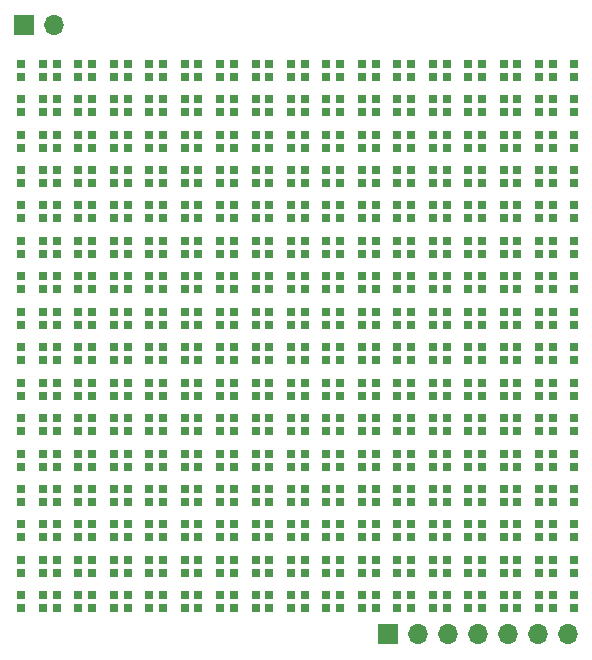
<source format=gbr>
%TF.GenerationSoftware,KiCad,Pcbnew,7.0.9*%
%TF.CreationDate,2024-04-10T17:12:20-05:00*%
%TF.ProjectId,Aniversario-PCBWAY,416e6976-6572-4736-9172-696f2d504342,rev?*%
%TF.SameCoordinates,Original*%
%TF.FileFunction,Soldermask,Top*%
%TF.FilePolarity,Negative*%
%FSLAX46Y46*%
G04 Gerber Fmt 4.6, Leading zero omitted, Abs format (unit mm)*
G04 Created by KiCad (PCBNEW 7.0.9) date 2024-04-10 17:12:20*
%MOMM*%
%LPD*%
G01*
G04 APERTURE LIST*
%ADD10R,0.700000X0.700000*%
%ADD11R,1.700000X1.700000*%
%ADD12O,1.700000X1.700000*%
G04 APERTURE END LIST*
D10*
%TO.C,D20*%
X78085000Y-53950000D03*
X78085000Y-55050000D03*
X79915000Y-55050000D03*
X79915000Y-53950000D03*
%TD*%
%TO.C,D122*%
X60085000Y-71950000D03*
X60085000Y-73050000D03*
X61915000Y-73050000D03*
X61915000Y-71950000D03*
%TD*%
%TO.C,D55*%
X69085000Y-59950000D03*
X69085000Y-61050000D03*
X70915000Y-61050000D03*
X70915000Y-59950000D03*
%TD*%
%TO.C,D141*%
X73915000Y-76050000D03*
X73915000Y-74950000D03*
X72085000Y-74950000D03*
X72085000Y-76050000D03*
%TD*%
%TO.C,D249*%
X63085000Y-95950000D03*
X63085000Y-97050000D03*
X64915000Y-97050000D03*
X64915000Y-95950000D03*
%TD*%
%TO.C,D116*%
X78085000Y-71950000D03*
X78085000Y-73050000D03*
X79915000Y-73050000D03*
X79915000Y-71950000D03*
%TD*%
%TO.C,D10*%
X64915000Y-52050000D03*
X64915000Y-50950000D03*
X63085000Y-50950000D03*
X63085000Y-52050000D03*
%TD*%
%TO.C,D194*%
X40915000Y-88050000D03*
X40915000Y-86950000D03*
X39085000Y-86950000D03*
X39085000Y-88050000D03*
%TD*%
%TO.C,D146*%
X84085000Y-77950000D03*
X84085000Y-79050000D03*
X85915000Y-79050000D03*
X85915000Y-77950000D03*
%TD*%
%TO.C,D95*%
X45085000Y-65950000D03*
X45085000Y-67050000D03*
X46915000Y-67050000D03*
X46915000Y-65950000D03*
%TD*%
%TO.C,D69*%
X49915000Y-64050000D03*
X49915000Y-62950000D03*
X48085000Y-62950000D03*
X48085000Y-64050000D03*
%TD*%
%TO.C,D232*%
X58915000Y-94050000D03*
X58915000Y-92950000D03*
X57085000Y-92950000D03*
X57085000Y-94050000D03*
%TD*%
%TO.C,D214*%
X72085000Y-89950000D03*
X72085000Y-91050000D03*
X73915000Y-91050000D03*
X73915000Y-89950000D03*
%TD*%
%TO.C,D9*%
X61915000Y-52050000D03*
X61915000Y-50950000D03*
X60085000Y-50950000D03*
X60085000Y-52050000D03*
%TD*%
%TO.C,D126*%
X48085000Y-71950000D03*
X48085000Y-73050000D03*
X49915000Y-73050000D03*
X49915000Y-71950000D03*
%TD*%
%TO.C,D183*%
X69085000Y-83950000D03*
X69085000Y-85050000D03*
X70915000Y-85050000D03*
X70915000Y-83950000D03*
%TD*%
%TO.C,D104*%
X58915000Y-70050000D03*
X58915000Y-68950000D03*
X57085000Y-68950000D03*
X57085000Y-70050000D03*
%TD*%
%TO.C,D189*%
X51085000Y-83950000D03*
X51085000Y-85050000D03*
X52915000Y-85050000D03*
X52915000Y-83950000D03*
%TD*%
%TO.C,D200*%
X58915000Y-88050000D03*
X58915000Y-86950000D03*
X57085000Y-86950000D03*
X57085000Y-88050000D03*
%TD*%
%TO.C,D113*%
X85915000Y-70050000D03*
X85915000Y-68950000D03*
X84085000Y-68950000D03*
X84085000Y-70050000D03*
%TD*%
%TO.C,D110*%
X76915000Y-70050000D03*
X76915000Y-68950000D03*
X75085000Y-68950000D03*
X75085000Y-70050000D03*
%TD*%
%TO.C,D168*%
X58915000Y-82050000D03*
X58915000Y-80950000D03*
X57085000Y-80950000D03*
X57085000Y-82050000D03*
%TD*%
%TO.C,D84*%
X78085000Y-65950000D03*
X78085000Y-67050000D03*
X79915000Y-67050000D03*
X79915000Y-65950000D03*
%TD*%
%TO.C,D36*%
X46915000Y-58050000D03*
X46915000Y-56950000D03*
X45085000Y-56950000D03*
X45085000Y-58050000D03*
%TD*%
%TO.C,D182*%
X72085000Y-83950000D03*
X72085000Y-85050000D03*
X73915000Y-85050000D03*
X73915000Y-83950000D03*
%TD*%
%TO.C,D206*%
X76915000Y-88050000D03*
X76915000Y-86950000D03*
X75085000Y-86950000D03*
X75085000Y-88050000D03*
%TD*%
%TO.C,D223*%
X45085000Y-89950000D03*
X45085000Y-91050000D03*
X46915000Y-91050000D03*
X46915000Y-89950000D03*
%TD*%
%TO.C,D218*%
X60085000Y-89950000D03*
X60085000Y-91050000D03*
X61915000Y-91050000D03*
X61915000Y-89950000D03*
%TD*%
%TO.C,D19*%
X81085000Y-53950000D03*
X81085000Y-55050000D03*
X82915000Y-55050000D03*
X82915000Y-53950000D03*
%TD*%
%TO.C,D93*%
X51085000Y-65950000D03*
X51085000Y-67050000D03*
X52915000Y-67050000D03*
X52915000Y-65950000D03*
%TD*%
%TO.C,D26*%
X60085000Y-53950000D03*
X60085000Y-55050000D03*
X61915000Y-55050000D03*
X61915000Y-53950000D03*
%TD*%
%TO.C,D34*%
X40915000Y-58050000D03*
X40915000Y-56950000D03*
X39085000Y-56950000D03*
X39085000Y-58050000D03*
%TD*%
%TO.C,D228*%
X46915000Y-94050000D03*
X46915000Y-92950000D03*
X45085000Y-92950000D03*
X45085000Y-94050000D03*
%TD*%
%TO.C,D88*%
X66085000Y-65950000D03*
X66085000Y-67050000D03*
X67915000Y-67050000D03*
X67915000Y-65950000D03*
%TD*%
%TO.C,D127*%
X45085000Y-71950000D03*
X45085000Y-73050000D03*
X46915000Y-73050000D03*
X46915000Y-71950000D03*
%TD*%
%TO.C,D193*%
X39085000Y-83950000D03*
X39085000Y-85050000D03*
X40915000Y-85050000D03*
X40915000Y-83950000D03*
%TD*%
%TO.C,D63*%
X45085000Y-59950000D03*
X45085000Y-61050000D03*
X46915000Y-61050000D03*
X46915000Y-59950000D03*
%TD*%
%TO.C,D118*%
X72085000Y-71950000D03*
X72085000Y-73050000D03*
X73915000Y-73050000D03*
X73915000Y-71950000D03*
%TD*%
%TO.C,D39*%
X55915000Y-58050000D03*
X55915000Y-56950000D03*
X54085000Y-56950000D03*
X54085000Y-58050000D03*
%TD*%
%TO.C,D173*%
X73915000Y-82050000D03*
X73915000Y-80950000D03*
X72085000Y-80950000D03*
X72085000Y-82050000D03*
%TD*%
%TO.C,D97*%
X39085000Y-65950000D03*
X39085000Y-67050000D03*
X40915000Y-67050000D03*
X40915000Y-65950000D03*
%TD*%
%TO.C,D238*%
X76915000Y-94050000D03*
X76915000Y-92950000D03*
X75085000Y-92950000D03*
X75085000Y-94050000D03*
%TD*%
%TO.C,D208*%
X82915000Y-88050000D03*
X82915000Y-86950000D03*
X81085000Y-86950000D03*
X81085000Y-88050000D03*
%TD*%
%TO.C,D99*%
X43915000Y-70050000D03*
X43915000Y-68950000D03*
X42085000Y-68950000D03*
X42085000Y-70050000D03*
%TD*%
%TO.C,D140*%
X70915000Y-76050000D03*
X70915000Y-74950000D03*
X69085000Y-74950000D03*
X69085000Y-76050000D03*
%TD*%
%TO.C,D237*%
X73915000Y-94050000D03*
X73915000Y-92950000D03*
X72085000Y-92950000D03*
X72085000Y-94050000D03*
%TD*%
%TO.C,D22*%
X72085000Y-53950000D03*
X72085000Y-55050000D03*
X73915000Y-55050000D03*
X73915000Y-53950000D03*
%TD*%
%TO.C,D14*%
X76915000Y-52050000D03*
X76915000Y-50950000D03*
X75085000Y-50950000D03*
X75085000Y-52050000D03*
%TD*%
%TO.C,D66*%
X40915000Y-64050000D03*
X40915000Y-62950000D03*
X39085000Y-62950000D03*
X39085000Y-64050000D03*
%TD*%
%TO.C,D248*%
X66085000Y-95950000D03*
X66085000Y-97050000D03*
X67915000Y-97050000D03*
X67915000Y-95950000D03*
%TD*%
%TO.C,D103*%
X55915000Y-70050000D03*
X55915000Y-68950000D03*
X54085000Y-68950000D03*
X54085000Y-70050000D03*
%TD*%
%TO.C,D158*%
X48085000Y-77950000D03*
X48085000Y-79050000D03*
X49915000Y-79050000D03*
X49915000Y-77950000D03*
%TD*%
%TO.C,D230*%
X52915000Y-94050000D03*
X52915000Y-92950000D03*
X51085000Y-92950000D03*
X51085000Y-94050000D03*
%TD*%
%TO.C,D96*%
X42085000Y-65950000D03*
X42085000Y-67050000D03*
X43915000Y-67050000D03*
X43915000Y-65950000D03*
%TD*%
%TO.C,D138*%
X64915000Y-76050000D03*
X64915000Y-74950000D03*
X63085000Y-74950000D03*
X63085000Y-76050000D03*
%TD*%
%TO.C,D44*%
X70915000Y-58050000D03*
X70915000Y-56950000D03*
X69085000Y-56950000D03*
X69085000Y-58050000D03*
%TD*%
%TO.C,D251*%
X57085000Y-95950000D03*
X57085000Y-97050000D03*
X58915000Y-97050000D03*
X58915000Y-95950000D03*
%TD*%
%TO.C,D142*%
X76915000Y-76050000D03*
X76915000Y-74950000D03*
X75085000Y-74950000D03*
X75085000Y-76050000D03*
%TD*%
%TO.C,D257*%
X39085000Y-95950000D03*
X39085000Y-97050000D03*
X40915000Y-97050000D03*
X40915000Y-95950000D03*
%TD*%
%TO.C,D145*%
X85915000Y-76050000D03*
X85915000Y-74950000D03*
X84085000Y-74950000D03*
X84085000Y-76050000D03*
%TD*%
%TO.C,D137*%
X61915000Y-76050000D03*
X61915000Y-74950000D03*
X60085000Y-74950000D03*
X60085000Y-76050000D03*
%TD*%
%TO.C,D192*%
X42085000Y-83950000D03*
X42085000Y-85050000D03*
X43915000Y-85050000D03*
X43915000Y-83950000D03*
%TD*%
%TO.C,D8*%
X58915000Y-52050000D03*
X58915000Y-50950000D03*
X57085000Y-50950000D03*
X57085000Y-52050000D03*
%TD*%
%TO.C,D37*%
X49915000Y-58050000D03*
X49915000Y-56950000D03*
X48085000Y-56950000D03*
X48085000Y-58050000D03*
%TD*%
%TO.C,D87*%
X69085000Y-65950000D03*
X69085000Y-67050000D03*
X70915000Y-67050000D03*
X70915000Y-65950000D03*
%TD*%
%TO.C,D225*%
X39085000Y-89950000D03*
X39085000Y-91050000D03*
X40915000Y-91050000D03*
X40915000Y-89950000D03*
%TD*%
%TO.C,D80*%
X82915000Y-64050000D03*
X82915000Y-62950000D03*
X81085000Y-62950000D03*
X81085000Y-64050000D03*
%TD*%
%TO.C,D106*%
X64915000Y-70050000D03*
X64915000Y-68950000D03*
X63085000Y-68950000D03*
X63085000Y-70050000D03*
%TD*%
%TO.C,D152*%
X66085000Y-77950000D03*
X66085000Y-79050000D03*
X67915000Y-79050000D03*
X67915000Y-77950000D03*
%TD*%
%TO.C,D17*%
X85915000Y-52050000D03*
X85915000Y-50950000D03*
X84085000Y-50950000D03*
X84085000Y-52050000D03*
%TD*%
%TO.C,D163*%
X43915000Y-82050000D03*
X43915000Y-80950000D03*
X42085000Y-80950000D03*
X42085000Y-82050000D03*
%TD*%
%TO.C,D111*%
X79915000Y-70050000D03*
X79915000Y-68950000D03*
X78085000Y-68950000D03*
X78085000Y-70050000D03*
%TD*%
%TO.C,D27*%
X57085000Y-53950000D03*
X57085000Y-55050000D03*
X58915000Y-55050000D03*
X58915000Y-53950000D03*
%TD*%
%TO.C,D169*%
X61915000Y-82050000D03*
X61915000Y-80950000D03*
X60085000Y-80950000D03*
X60085000Y-82050000D03*
%TD*%
%TO.C,D190*%
X48085000Y-83950000D03*
X48085000Y-85050000D03*
X49915000Y-85050000D03*
X49915000Y-83950000D03*
%TD*%
%TO.C,D219*%
X57085000Y-89950000D03*
X57085000Y-91050000D03*
X58915000Y-91050000D03*
X58915000Y-89950000D03*
%TD*%
%TO.C,D165*%
X49915000Y-82050000D03*
X49915000Y-80950000D03*
X48085000Y-80950000D03*
X48085000Y-82050000D03*
%TD*%
%TO.C,D178*%
X84085000Y-83950000D03*
X84085000Y-85050000D03*
X85915000Y-85050000D03*
X85915000Y-83950000D03*
%TD*%
%TO.C,D78*%
X76915000Y-64050000D03*
X76915000Y-62950000D03*
X75085000Y-62950000D03*
X75085000Y-64050000D03*
%TD*%
%TO.C,D129*%
X39085000Y-71950000D03*
X39085000Y-73050000D03*
X40915000Y-73050000D03*
X40915000Y-71950000D03*
%TD*%
%TO.C,D245*%
X75085000Y-95950000D03*
X75085000Y-97050000D03*
X76915000Y-97050000D03*
X76915000Y-95950000D03*
%TD*%
%TO.C,D58*%
X60085000Y-59950000D03*
X60085000Y-61050000D03*
X61915000Y-61050000D03*
X61915000Y-59950000D03*
%TD*%
%TO.C,D89*%
X63085000Y-65950000D03*
X63085000Y-67050000D03*
X64915000Y-67050000D03*
X64915000Y-65950000D03*
%TD*%
%TO.C,D2*%
X40915000Y-52050000D03*
X40915000Y-50950000D03*
X39085000Y-50950000D03*
X39085000Y-52050000D03*
%TD*%
%TO.C,D155*%
X57085000Y-77950000D03*
X57085000Y-79050000D03*
X58915000Y-79050000D03*
X58915000Y-77950000D03*
%TD*%
%TO.C,D121*%
X63085000Y-71950000D03*
X63085000Y-73050000D03*
X64915000Y-73050000D03*
X64915000Y-71950000D03*
%TD*%
%TO.C,D170*%
X64915000Y-82050000D03*
X64915000Y-80950000D03*
X63085000Y-80950000D03*
X63085000Y-82050000D03*
%TD*%
%TO.C,D176*%
X82915000Y-82050000D03*
X82915000Y-80950000D03*
X81085000Y-80950000D03*
X81085000Y-82050000D03*
%TD*%
%TO.C,D101*%
X49915000Y-70050000D03*
X49915000Y-68950000D03*
X48085000Y-68950000D03*
X48085000Y-70050000D03*
%TD*%
%TO.C,D25*%
X63085000Y-53950000D03*
X63085000Y-55050000D03*
X64915000Y-55050000D03*
X64915000Y-53950000D03*
%TD*%
%TO.C,D222*%
X48085000Y-89950000D03*
X48085000Y-91050000D03*
X49915000Y-91050000D03*
X49915000Y-89950000D03*
%TD*%
%TO.C,D156*%
X54085000Y-77950000D03*
X54085000Y-79050000D03*
X55915000Y-79050000D03*
X55915000Y-77950000D03*
%TD*%
%TO.C,D11*%
X67915000Y-52050000D03*
X67915000Y-50950000D03*
X66085000Y-50950000D03*
X66085000Y-52050000D03*
%TD*%
%TO.C,D186*%
X60085000Y-83950000D03*
X60085000Y-85050000D03*
X61915000Y-85050000D03*
X61915000Y-83950000D03*
%TD*%
%TO.C,D224*%
X42085000Y-89950000D03*
X42085000Y-91050000D03*
X43915000Y-91050000D03*
X43915000Y-89950000D03*
%TD*%
%TO.C,D74*%
X64915000Y-64050000D03*
X64915000Y-62950000D03*
X63085000Y-62950000D03*
X63085000Y-64050000D03*
%TD*%
%TO.C,D35*%
X43915000Y-58050000D03*
X43915000Y-56950000D03*
X42085000Y-56950000D03*
X42085000Y-58050000D03*
%TD*%
%TO.C,D212*%
X78085000Y-89950000D03*
X78085000Y-91050000D03*
X79915000Y-91050000D03*
X79915000Y-89950000D03*
%TD*%
%TO.C,D233*%
X61915000Y-94050000D03*
X61915000Y-92950000D03*
X60085000Y-92950000D03*
X60085000Y-94050000D03*
%TD*%
%TO.C,D191*%
X45085000Y-83950000D03*
X45085000Y-85050000D03*
X46915000Y-85050000D03*
X46915000Y-83950000D03*
%TD*%
%TO.C,D100*%
X46915000Y-70050000D03*
X46915000Y-68950000D03*
X45085000Y-68950000D03*
X45085000Y-70050000D03*
%TD*%
%TO.C,D181*%
X75085000Y-83950000D03*
X75085000Y-85050000D03*
X76915000Y-85050000D03*
X76915000Y-83950000D03*
%TD*%
%TO.C,D91*%
X57085000Y-65950000D03*
X57085000Y-67050000D03*
X58915000Y-67050000D03*
X58915000Y-65950000D03*
%TD*%
%TO.C,D204*%
X70915000Y-88050000D03*
X70915000Y-86950000D03*
X69085000Y-86950000D03*
X69085000Y-88050000D03*
%TD*%
%TO.C,D159*%
X45085000Y-77950000D03*
X45085000Y-79050000D03*
X46915000Y-79050000D03*
X46915000Y-77950000D03*
%TD*%
%TO.C,D109*%
X73915000Y-70050000D03*
X73915000Y-68950000D03*
X72085000Y-68950000D03*
X72085000Y-70050000D03*
%TD*%
%TO.C,D195*%
X43915000Y-88050000D03*
X43915000Y-86950000D03*
X42085000Y-86950000D03*
X42085000Y-88050000D03*
%TD*%
%TO.C,D43*%
X67915000Y-58050000D03*
X67915000Y-56950000D03*
X66085000Y-56950000D03*
X66085000Y-58050000D03*
%TD*%
%TO.C,D234*%
X64915000Y-94050000D03*
X64915000Y-92950000D03*
X63085000Y-92950000D03*
X63085000Y-94050000D03*
%TD*%
%TO.C,D161*%
X39085000Y-77950000D03*
X39085000Y-79050000D03*
X40915000Y-79050000D03*
X40915000Y-77950000D03*
%TD*%
%TO.C,D207*%
X79915000Y-88050000D03*
X79915000Y-86950000D03*
X78085000Y-86950000D03*
X78085000Y-88050000D03*
%TD*%
%TO.C,D247*%
X69085000Y-95950000D03*
X69085000Y-97050000D03*
X70915000Y-97050000D03*
X70915000Y-95950000D03*
%TD*%
%TO.C,D115*%
X81085000Y-71950000D03*
X81085000Y-73050000D03*
X82915000Y-73050000D03*
X82915000Y-71950000D03*
%TD*%
%TO.C,D60*%
X54085000Y-59950000D03*
X54085000Y-61050000D03*
X55915000Y-61050000D03*
X55915000Y-59950000D03*
%TD*%
%TO.C,D184*%
X66085000Y-83950000D03*
X66085000Y-85050000D03*
X67915000Y-85050000D03*
X67915000Y-83950000D03*
%TD*%
%TO.C,D143*%
X79915000Y-76050000D03*
X79915000Y-74950000D03*
X78085000Y-74950000D03*
X78085000Y-76050000D03*
%TD*%
%TO.C,D133*%
X49915000Y-76050000D03*
X49915000Y-74950000D03*
X48085000Y-74950000D03*
X48085000Y-76050000D03*
%TD*%
%TO.C,D125*%
X51085000Y-71950000D03*
X51085000Y-73050000D03*
X52915000Y-73050000D03*
X52915000Y-71950000D03*
%TD*%
%TO.C,D107*%
X67915000Y-70050000D03*
X67915000Y-68950000D03*
X66085000Y-68950000D03*
X66085000Y-70050000D03*
%TD*%
%TO.C,D51*%
X81085000Y-59950000D03*
X81085000Y-61050000D03*
X82915000Y-61050000D03*
X82915000Y-59950000D03*
%TD*%
%TO.C,D213*%
X75085000Y-89950000D03*
X75085000Y-91050000D03*
X76915000Y-91050000D03*
X76915000Y-89950000D03*
%TD*%
%TO.C,D240*%
X82915000Y-94050000D03*
X82915000Y-92950000D03*
X81085000Y-92950000D03*
X81085000Y-94050000D03*
%TD*%
%TO.C,D239*%
X79915000Y-94050000D03*
X79915000Y-92950000D03*
X78085000Y-92950000D03*
X78085000Y-94050000D03*
%TD*%
%TO.C,D215*%
X69085000Y-89950000D03*
X69085000Y-91050000D03*
X70915000Y-91050000D03*
X70915000Y-89950000D03*
%TD*%
%TO.C,D220*%
X54085000Y-89950000D03*
X54085000Y-91050000D03*
X55915000Y-91050000D03*
X55915000Y-89950000D03*
%TD*%
%TO.C,D164*%
X46915000Y-82050000D03*
X46915000Y-80950000D03*
X45085000Y-80950000D03*
X45085000Y-82050000D03*
%TD*%
%TO.C,D216*%
X66085000Y-89950000D03*
X66085000Y-91050000D03*
X67915000Y-91050000D03*
X67915000Y-89950000D03*
%TD*%
%TO.C,D205*%
X73915000Y-88050000D03*
X73915000Y-86950000D03*
X72085000Y-86950000D03*
X72085000Y-88050000D03*
%TD*%
%TO.C,D83*%
X81085000Y-65950000D03*
X81085000Y-67050000D03*
X82915000Y-67050000D03*
X82915000Y-65950000D03*
%TD*%
%TO.C,D250*%
X60085000Y-95950000D03*
X60085000Y-97050000D03*
X61915000Y-97050000D03*
X61915000Y-95950000D03*
%TD*%
%TO.C,D256*%
X42085000Y-95950000D03*
X42085000Y-97050000D03*
X43915000Y-97050000D03*
X43915000Y-95950000D03*
%TD*%
%TO.C,D179*%
X81085000Y-83950000D03*
X81085000Y-85050000D03*
X82915000Y-85050000D03*
X82915000Y-83950000D03*
%TD*%
%TO.C,D139*%
X67915000Y-76050000D03*
X67915000Y-74950000D03*
X66085000Y-74950000D03*
X66085000Y-76050000D03*
%TD*%
%TO.C,D86*%
X72085000Y-65950000D03*
X72085000Y-67050000D03*
X73915000Y-67050000D03*
X73915000Y-65950000D03*
%TD*%
%TO.C,D244*%
X78085000Y-95950000D03*
X78085000Y-97050000D03*
X79915000Y-97050000D03*
X79915000Y-95950000D03*
%TD*%
%TO.C,D13*%
X73915000Y-52050000D03*
X73915000Y-50950000D03*
X72085000Y-50950000D03*
X72085000Y-52050000D03*
%TD*%
%TO.C,D253*%
X51085000Y-95950000D03*
X51085000Y-97050000D03*
X52915000Y-97050000D03*
X52915000Y-95950000D03*
%TD*%
%TO.C,D108*%
X70915000Y-70050000D03*
X70915000Y-68950000D03*
X69085000Y-68950000D03*
X69085000Y-70050000D03*
%TD*%
%TO.C,D217*%
X63085000Y-89950000D03*
X63085000Y-91050000D03*
X64915000Y-91050000D03*
X64915000Y-89950000D03*
%TD*%
%TO.C,D75*%
X67915000Y-64050000D03*
X67915000Y-62950000D03*
X66085000Y-62950000D03*
X66085000Y-64050000D03*
%TD*%
%TO.C,D231*%
X55915000Y-94050000D03*
X55915000Y-92950000D03*
X54085000Y-92950000D03*
X54085000Y-94050000D03*
%TD*%
%TO.C,D90*%
X60085000Y-65950000D03*
X60085000Y-67050000D03*
X61915000Y-67050000D03*
X61915000Y-65950000D03*
%TD*%
%TO.C,D150*%
X72085000Y-77950000D03*
X72085000Y-79050000D03*
X73915000Y-79050000D03*
X73915000Y-77950000D03*
%TD*%
%TO.C,D123*%
X57085000Y-71950000D03*
X57085000Y-73050000D03*
X58915000Y-73050000D03*
X58915000Y-71950000D03*
%TD*%
%TO.C,D42*%
X64915000Y-58050000D03*
X64915000Y-56950000D03*
X63085000Y-56950000D03*
X63085000Y-58050000D03*
%TD*%
%TO.C,D24*%
X66085000Y-53950000D03*
X66085000Y-55050000D03*
X67915000Y-55050000D03*
X67915000Y-53950000D03*
%TD*%
%TO.C,D49*%
X85915000Y-58050000D03*
X85915000Y-56950000D03*
X84085000Y-56950000D03*
X84085000Y-58050000D03*
%TD*%
%TO.C,D64*%
X42085000Y-59950000D03*
X42085000Y-61050000D03*
X43915000Y-61050000D03*
X43915000Y-59950000D03*
%TD*%
%TO.C,D31*%
X45085000Y-53950000D03*
X45085000Y-55050000D03*
X46915000Y-55050000D03*
X46915000Y-53950000D03*
%TD*%
%TO.C,D73*%
X61915000Y-64050000D03*
X61915000Y-62950000D03*
X60085000Y-62950000D03*
X60085000Y-64050000D03*
%TD*%
%TO.C,D153*%
X63085000Y-77950000D03*
X63085000Y-79050000D03*
X64915000Y-79050000D03*
X64915000Y-77950000D03*
%TD*%
%TO.C,D210*%
X84085000Y-89950000D03*
X84085000Y-91050000D03*
X85915000Y-91050000D03*
X85915000Y-89950000D03*
%TD*%
%TO.C,D209*%
X85915000Y-88050000D03*
X85915000Y-86950000D03*
X84085000Y-86950000D03*
X84085000Y-88050000D03*
%TD*%
%TO.C,D77*%
X73915000Y-64050000D03*
X73915000Y-62950000D03*
X72085000Y-62950000D03*
X72085000Y-64050000D03*
%TD*%
%TO.C,D221*%
X51085000Y-89950000D03*
X51085000Y-91050000D03*
X52915000Y-91050000D03*
X52915000Y-89950000D03*
%TD*%
%TO.C,D197*%
X49915000Y-88050000D03*
X49915000Y-86950000D03*
X48085000Y-86950000D03*
X48085000Y-88050000D03*
%TD*%
%TO.C,D45*%
X73915000Y-58050000D03*
X73915000Y-56950000D03*
X72085000Y-56950000D03*
X72085000Y-58050000D03*
%TD*%
%TO.C,D180*%
X78085000Y-83950000D03*
X78085000Y-85050000D03*
X79915000Y-85050000D03*
X79915000Y-83950000D03*
%TD*%
%TO.C,D38*%
X52915000Y-58050000D03*
X52915000Y-56950000D03*
X51085000Y-56950000D03*
X51085000Y-58050000D03*
%TD*%
%TO.C,D112*%
X82915000Y-70050000D03*
X82915000Y-68950000D03*
X81085000Y-68950000D03*
X81085000Y-70050000D03*
%TD*%
%TO.C,D94*%
X48085000Y-65950000D03*
X48085000Y-67050000D03*
X49915000Y-67050000D03*
X49915000Y-65950000D03*
%TD*%
%TO.C,D160*%
X42085000Y-77950000D03*
X42085000Y-79050000D03*
X43915000Y-79050000D03*
X43915000Y-77950000D03*
%TD*%
%TO.C,D7*%
X55915000Y-52050000D03*
X55915000Y-50950000D03*
X54085000Y-50950000D03*
X54085000Y-52050000D03*
%TD*%
%TO.C,D175*%
X79915000Y-82050000D03*
X79915000Y-80950000D03*
X78085000Y-80950000D03*
X78085000Y-82050000D03*
%TD*%
%TO.C,D185*%
X63085000Y-83950000D03*
X63085000Y-85050000D03*
X64915000Y-85050000D03*
X64915000Y-83950000D03*
%TD*%
%TO.C,D23*%
X69085000Y-53950000D03*
X69085000Y-55050000D03*
X70915000Y-55050000D03*
X70915000Y-53950000D03*
%TD*%
%TO.C,D241*%
X85915000Y-94050000D03*
X85915000Y-92950000D03*
X84085000Y-92950000D03*
X84085000Y-94050000D03*
%TD*%
%TO.C,D40*%
X58915000Y-58050000D03*
X58915000Y-56950000D03*
X57085000Y-56950000D03*
X57085000Y-58050000D03*
%TD*%
%TO.C,D61*%
X51085000Y-59950000D03*
X51085000Y-61050000D03*
X52915000Y-61050000D03*
X52915000Y-59950000D03*
%TD*%
%TO.C,D72*%
X58915000Y-64050000D03*
X58915000Y-62950000D03*
X57085000Y-62950000D03*
X57085000Y-64050000D03*
%TD*%
%TO.C,D67*%
X43915000Y-64050000D03*
X43915000Y-62950000D03*
X42085000Y-62950000D03*
X42085000Y-64050000D03*
%TD*%
%TO.C,D62*%
X48085000Y-59950000D03*
X48085000Y-61050000D03*
X49915000Y-61050000D03*
X49915000Y-59950000D03*
%TD*%
%TO.C,D201*%
X61915000Y-88050000D03*
X61915000Y-86950000D03*
X60085000Y-86950000D03*
X60085000Y-88050000D03*
%TD*%
%TO.C,D188*%
X54085000Y-83950000D03*
X54085000Y-85050000D03*
X55915000Y-85050000D03*
X55915000Y-83950000D03*
%TD*%
%TO.C,D33*%
X39085000Y-53950000D03*
X39085000Y-55050000D03*
X40915000Y-55050000D03*
X40915000Y-53950000D03*
%TD*%
%TO.C,D167*%
X55915000Y-82050000D03*
X55915000Y-80950000D03*
X54085000Y-80950000D03*
X54085000Y-82050000D03*
%TD*%
%TO.C,D131*%
X43915000Y-76050000D03*
X43915000Y-74950000D03*
X42085000Y-74950000D03*
X42085000Y-76050000D03*
%TD*%
%TO.C,D79*%
X79915000Y-64050000D03*
X79915000Y-62950000D03*
X78085000Y-62950000D03*
X78085000Y-64050000D03*
%TD*%
%TO.C,D254*%
X48085000Y-95950000D03*
X48085000Y-97050000D03*
X49915000Y-97050000D03*
X49915000Y-95950000D03*
%TD*%
%TO.C,D242*%
X84085000Y-95950000D03*
X84085000Y-97050000D03*
X85915000Y-97050000D03*
X85915000Y-95950000D03*
%TD*%
%TO.C,D243*%
X81085000Y-95950000D03*
X81085000Y-97050000D03*
X82915000Y-97050000D03*
X82915000Y-95950000D03*
%TD*%
%TO.C,D149*%
X75085000Y-77950000D03*
X75085000Y-79050000D03*
X76915000Y-79050000D03*
X76915000Y-77950000D03*
%TD*%
%TO.C,D203*%
X67915000Y-88050000D03*
X67915000Y-86950000D03*
X66085000Y-86950000D03*
X66085000Y-88050000D03*
%TD*%
%TO.C,D148*%
X78085000Y-77950000D03*
X78085000Y-79050000D03*
X79915000Y-79050000D03*
X79915000Y-77950000D03*
%TD*%
%TO.C,D252*%
X54085000Y-95950000D03*
X54085000Y-97050000D03*
X55915000Y-97050000D03*
X55915000Y-95950000D03*
%TD*%
%TO.C,D196*%
X46915000Y-88050000D03*
X46915000Y-86950000D03*
X45085000Y-86950000D03*
X45085000Y-88050000D03*
%TD*%
%TO.C,D52*%
X78085000Y-59950000D03*
X78085000Y-61050000D03*
X79915000Y-61050000D03*
X79915000Y-59950000D03*
%TD*%
%TO.C,D255*%
X45085000Y-95950000D03*
X45085000Y-97050000D03*
X46915000Y-97050000D03*
X46915000Y-95950000D03*
%TD*%
%TO.C,D187*%
X57085000Y-83950000D03*
X57085000Y-85050000D03*
X58915000Y-85050000D03*
X58915000Y-83950000D03*
%TD*%
%TO.C,D229*%
X49915000Y-94050000D03*
X49915000Y-92950000D03*
X48085000Y-92950000D03*
X48085000Y-94050000D03*
%TD*%
%TO.C,D157*%
X51085000Y-77950000D03*
X51085000Y-79050000D03*
X52915000Y-79050000D03*
X52915000Y-77950000D03*
%TD*%
%TO.C,D50*%
X84085000Y-59950000D03*
X84085000Y-61050000D03*
X85915000Y-61050000D03*
X85915000Y-59950000D03*
%TD*%
%TO.C,D46*%
X76915000Y-58050000D03*
X76915000Y-56950000D03*
X75085000Y-56950000D03*
X75085000Y-58050000D03*
%TD*%
%TO.C,D54*%
X72085000Y-59950000D03*
X72085000Y-61050000D03*
X73915000Y-61050000D03*
X73915000Y-59950000D03*
%TD*%
%TO.C,D15*%
X79915000Y-52050000D03*
X79915000Y-50950000D03*
X78085000Y-50950000D03*
X78085000Y-52050000D03*
%TD*%
%TO.C,D41*%
X61915000Y-58050000D03*
X61915000Y-56950000D03*
X60085000Y-56950000D03*
X60085000Y-58050000D03*
%TD*%
%TO.C,D199*%
X55915000Y-88050000D03*
X55915000Y-86950000D03*
X54085000Y-86950000D03*
X54085000Y-88050000D03*
%TD*%
%TO.C,D128*%
X42085000Y-71950000D03*
X42085000Y-73050000D03*
X43915000Y-73050000D03*
X43915000Y-71950000D03*
%TD*%
%TO.C,D32*%
X42085000Y-53950000D03*
X42085000Y-55050000D03*
X43915000Y-55050000D03*
X43915000Y-53950000D03*
%TD*%
%TO.C,D47*%
X79915000Y-58050000D03*
X79915000Y-56950000D03*
X78085000Y-56950000D03*
X78085000Y-58050000D03*
%TD*%
%TO.C,D29*%
X51085000Y-53950000D03*
X51085000Y-55050000D03*
X52915000Y-55050000D03*
X52915000Y-53950000D03*
%TD*%
%TO.C,D154*%
X60085000Y-77950000D03*
X60085000Y-79050000D03*
X61915000Y-79050000D03*
X61915000Y-77950000D03*
%TD*%
%TO.C,D102*%
X52915000Y-70050000D03*
X52915000Y-68950000D03*
X51085000Y-68950000D03*
X51085000Y-70050000D03*
%TD*%
%TO.C,D30*%
X48085000Y-53950000D03*
X48085000Y-55050000D03*
X49915000Y-55050000D03*
X49915000Y-53950000D03*
%TD*%
%TO.C,D12*%
X70915000Y-52050000D03*
X70915000Y-50950000D03*
X69085000Y-50950000D03*
X69085000Y-52050000D03*
%TD*%
%TO.C,D177*%
X85915000Y-82050000D03*
X85915000Y-80950000D03*
X84085000Y-80950000D03*
X84085000Y-82050000D03*
%TD*%
%TO.C,D235*%
X67915000Y-94050000D03*
X67915000Y-92950000D03*
X66085000Y-92950000D03*
X66085000Y-94050000D03*
%TD*%
%TO.C,D57*%
X63085000Y-59950000D03*
X63085000Y-61050000D03*
X64915000Y-61050000D03*
X64915000Y-59950000D03*
%TD*%
%TO.C,D48*%
X82915000Y-58050000D03*
X82915000Y-56950000D03*
X81085000Y-56950000D03*
X81085000Y-58050000D03*
%TD*%
%TO.C,D174*%
X76915000Y-82050000D03*
X76915000Y-80950000D03*
X75085000Y-80950000D03*
X75085000Y-82050000D03*
%TD*%
%TO.C,D68*%
X46915000Y-64050000D03*
X46915000Y-62950000D03*
X45085000Y-62950000D03*
X45085000Y-64050000D03*
%TD*%
%TO.C,D134*%
X52915000Y-76050000D03*
X52915000Y-74950000D03*
X51085000Y-74950000D03*
X51085000Y-76050000D03*
%TD*%
%TO.C,D98*%
X40915000Y-70050000D03*
X40915000Y-68950000D03*
X39085000Y-68950000D03*
X39085000Y-70050000D03*
%TD*%
%TO.C,D226*%
X40915000Y-94050000D03*
X40915000Y-92950000D03*
X39085000Y-92950000D03*
X39085000Y-94050000D03*
%TD*%
%TO.C,D227*%
X43915000Y-94050000D03*
X43915000Y-92950000D03*
X42085000Y-92950000D03*
X42085000Y-94050000D03*
%TD*%
%TO.C,D135*%
X55915000Y-76050000D03*
X55915000Y-74950000D03*
X54085000Y-74950000D03*
X54085000Y-76050000D03*
%TD*%
%TO.C,D4*%
X46915000Y-52050000D03*
X46915000Y-50950000D03*
X45085000Y-50950000D03*
X45085000Y-52050000D03*
%TD*%
%TO.C,D16*%
X82915000Y-52050000D03*
X82915000Y-50950000D03*
X81085000Y-50950000D03*
X81085000Y-52050000D03*
%TD*%
%TO.C,D53*%
X75085000Y-59950000D03*
X75085000Y-61050000D03*
X76915000Y-61050000D03*
X76915000Y-59950000D03*
%TD*%
%TO.C,D92*%
X54085000Y-65950000D03*
X54085000Y-67050000D03*
X55915000Y-67050000D03*
X55915000Y-65950000D03*
%TD*%
%TO.C,D21*%
X75085000Y-53950000D03*
X75085000Y-55050000D03*
X76915000Y-55050000D03*
X76915000Y-53950000D03*
%TD*%
%TO.C,D71*%
X55915000Y-64050000D03*
X55915000Y-62950000D03*
X54085000Y-62950000D03*
X54085000Y-64050000D03*
%TD*%
%TO.C,D236*%
X70915000Y-94050000D03*
X70915000Y-92950000D03*
X69085000Y-92950000D03*
X69085000Y-94050000D03*
%TD*%
%TO.C,D6*%
X52915000Y-52050000D03*
X52915000Y-50950000D03*
X51085000Y-50950000D03*
X51085000Y-52050000D03*
%TD*%
%TO.C,D166*%
X52915000Y-82050000D03*
X52915000Y-80950000D03*
X51085000Y-80950000D03*
X51085000Y-82050000D03*
%TD*%
%TO.C,D59*%
X57085000Y-59950000D03*
X57085000Y-61050000D03*
X58915000Y-61050000D03*
X58915000Y-59950000D03*
%TD*%
%TO.C,D85*%
X75085000Y-65950000D03*
X75085000Y-67050000D03*
X76915000Y-67050000D03*
X76915000Y-65950000D03*
%TD*%
%TO.C,D172*%
X70915000Y-82050000D03*
X70915000Y-80950000D03*
X69085000Y-80950000D03*
X69085000Y-82050000D03*
%TD*%
%TO.C,D105*%
X61915000Y-70050000D03*
X61915000Y-68950000D03*
X60085000Y-68950000D03*
X60085000Y-70050000D03*
%TD*%
%TO.C,D136*%
X58915000Y-76050000D03*
X58915000Y-74950000D03*
X57085000Y-74950000D03*
X57085000Y-76050000D03*
%TD*%
%TO.C,D124*%
X54085000Y-71950000D03*
X54085000Y-73050000D03*
X55915000Y-73050000D03*
X55915000Y-71950000D03*
%TD*%
%TO.C,D147*%
X81085000Y-77950000D03*
X81085000Y-79050000D03*
X82915000Y-79050000D03*
X82915000Y-77950000D03*
%TD*%
%TO.C,D198*%
X52915000Y-88050000D03*
X52915000Y-86950000D03*
X51085000Y-86950000D03*
X51085000Y-88050000D03*
%TD*%
%TO.C,D117*%
X75085000Y-71950000D03*
X75085000Y-73050000D03*
X76915000Y-73050000D03*
X76915000Y-71950000D03*
%TD*%
%TO.C,D132*%
X46915000Y-76050000D03*
X46915000Y-74950000D03*
X45085000Y-74950000D03*
X45085000Y-76050000D03*
%TD*%
%TO.C,D3*%
X43915000Y-52050000D03*
X43915000Y-50950000D03*
X42085000Y-50950000D03*
X42085000Y-52050000D03*
%TD*%
%TO.C,D70*%
X52915000Y-64050000D03*
X52915000Y-62950000D03*
X51085000Y-62950000D03*
X51085000Y-64050000D03*
%TD*%
%TO.C,D114*%
X84085000Y-71950000D03*
X84085000Y-73050000D03*
X85915000Y-73050000D03*
X85915000Y-71950000D03*
%TD*%
%TO.C,D130*%
X40915000Y-76050000D03*
X40915000Y-74950000D03*
X39085000Y-74950000D03*
X39085000Y-76050000D03*
%TD*%
%TO.C,D246*%
X72085000Y-95950000D03*
X72085000Y-97050000D03*
X73915000Y-97050000D03*
X73915000Y-95950000D03*
%TD*%
%TO.C,D202*%
X64915000Y-88050000D03*
X64915000Y-86950000D03*
X63085000Y-86950000D03*
X63085000Y-88050000D03*
%TD*%
%TO.C,D82*%
X84085000Y-65950000D03*
X84085000Y-67050000D03*
X85915000Y-67050000D03*
X85915000Y-65950000D03*
%TD*%
%TO.C,D211*%
X81085000Y-89950000D03*
X81085000Y-91050000D03*
X82915000Y-91050000D03*
X82915000Y-89950000D03*
%TD*%
%TO.C,D81*%
X85915000Y-64050000D03*
X85915000Y-62950000D03*
X84085000Y-62950000D03*
X84085000Y-64050000D03*
%TD*%
%TO.C,D171*%
X67915000Y-82050000D03*
X67915000Y-80950000D03*
X66085000Y-80950000D03*
X66085000Y-82050000D03*
%TD*%
%TO.C,D65*%
X39085000Y-59950000D03*
X39085000Y-61050000D03*
X40915000Y-61050000D03*
X40915000Y-59950000D03*
%TD*%
%TO.C,D5*%
X49915000Y-52050000D03*
X49915000Y-50950000D03*
X48085000Y-50950000D03*
X48085000Y-52050000D03*
%TD*%
%TO.C,D18*%
X84085000Y-53950000D03*
X84085000Y-55050000D03*
X85915000Y-55050000D03*
X85915000Y-53950000D03*
%TD*%
%TO.C,D151*%
X69085000Y-77950000D03*
X69085000Y-79050000D03*
X70915000Y-79050000D03*
X70915000Y-77950000D03*
%TD*%
%TO.C,D76*%
X70915000Y-64050000D03*
X70915000Y-62950000D03*
X69085000Y-62950000D03*
X69085000Y-64050000D03*
%TD*%
%TO.C,D120*%
X66085000Y-71950000D03*
X66085000Y-73050000D03*
X67915000Y-73050000D03*
X67915000Y-71950000D03*
%TD*%
%TO.C,D56*%
X66085000Y-59950000D03*
X66085000Y-61050000D03*
X67915000Y-61050000D03*
X67915000Y-59950000D03*
%TD*%
%TO.C,D144*%
X82915000Y-76050000D03*
X82915000Y-74950000D03*
X81085000Y-74950000D03*
X81085000Y-76050000D03*
%TD*%
%TO.C,D162*%
X40915000Y-82050000D03*
X40915000Y-80950000D03*
X39085000Y-80950000D03*
X39085000Y-82050000D03*
%TD*%
%TO.C,D28*%
X54085000Y-53950000D03*
X54085000Y-55050000D03*
X55915000Y-55050000D03*
X55915000Y-53950000D03*
%TD*%
%TO.C,D119*%
X69085000Y-71950000D03*
X69085000Y-73050000D03*
X70915000Y-73050000D03*
X70915000Y-71950000D03*
%TD*%
D11*
%TO.C,J1*%
X70090000Y-99250000D03*
D12*
X72630000Y-99250000D03*
X75170000Y-99250000D03*
X77710000Y-99250000D03*
X80250000Y-99250000D03*
X82790000Y-99250000D03*
X85330000Y-99250000D03*
%TD*%
D11*
%TO.C,J2*%
X39325000Y-47700000D03*
D12*
X41865000Y-47700000D03*
%TD*%
M02*

</source>
